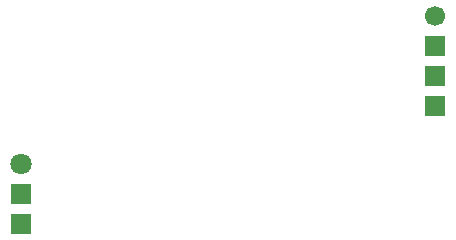
<source format=gbr>
%TF.GenerationSoftware,KiCad,Pcbnew,(6.0.7)*%
%TF.CreationDate,2023-04-11T10:27:19+03:00*%
%TF.ProjectId,ITR-3,4954522d-332e-46b6-9963-61645f706362,rev?*%
%TF.SameCoordinates,Original*%
%TF.FileFunction,Soldermask,Bot*%
%TF.FilePolarity,Negative*%
%FSLAX46Y46*%
G04 Gerber Fmt 4.6, Leading zero omitted, Abs format (unit mm)*
G04 Created by KiCad (PCBNEW (6.0.7)) date 2023-04-11 10:27:19*
%MOMM*%
%LPD*%
G01*
G04 APERTURE LIST*
%ADD10R,1.700000X1.700000*%
%ADD11C,1.700000*%
%ADD12C,1.800000*%
%ADD13R,1.800000X1.800000*%
G04 APERTURE END LIST*
D10*
%TO.C,X1*%
X87500000Y-85620000D03*
X87500000Y-83080000D03*
X87500000Y-80540000D03*
D11*
X87500000Y-78000000D03*
%TD*%
D12*
%TO.C,XP1*%
X52500000Y-90500000D03*
D13*
X52500000Y-93040000D03*
X52500000Y-95580000D03*
%TD*%
M02*

</source>
